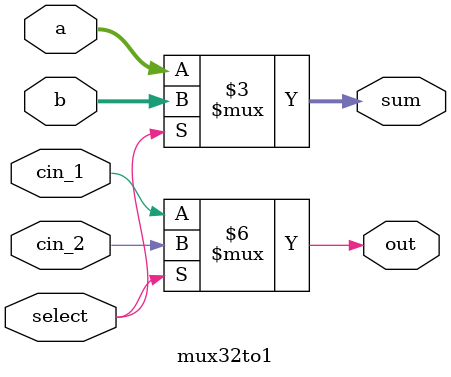
<source format=v>
`timescale 1ns / 1ps


module mux32to1(
    output reg out,
    output reg [31:0] sum,
    input [31:0] a,  
    input [31:0] b,  
    input select,
    input cin_1,
    input cin_2
    );
    
    always @(a or b or cin_1 or cin_2 or select)
        begin 
            if (select)
                begin 
                    out = cin_2;
                    sum = b;
                end 
            else 
                begin
                    out = cin_1; 
                    sum = a;
                end 
       end 
endmodule

</source>
